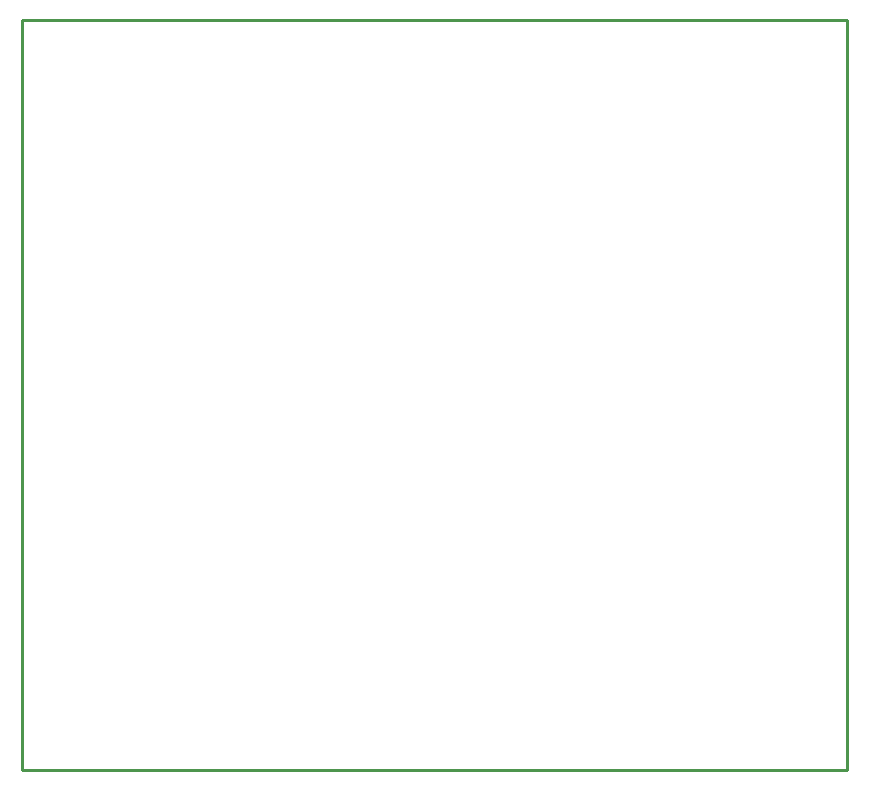
<source format=gko>
%FSLAX43Y43*%
%MOMM*%
G71*
G01*
G75*
G04 Layer_Color=16711935*
%ADD10R,1.500X1.000*%
%ADD11O,2.200X0.600*%
%ADD12R,1.000X1.500*%
%ADD13R,1.100X3.600*%
%ADD14R,10.550X8.700*%
%ADD15R,2.600X2.200*%
%ADD16C,0.250*%
%ADD17C,0.300*%
%ADD18C,0.200*%
%ADD19C,0.500*%
%ADD20C,1.500*%
%ADD21R,1.500X1.500*%
%ADD22C,2.800*%
%ADD23C,2.000*%
%ADD24R,1.500X1.500*%
%ADD25C,0.800*%
%ADD26C,6.000*%
%ADD27C,0.600*%
%ADD28C,0.660*%
%ADD29C,1.100*%
%ADD30R,2.500X2.500*%
%ADD31O,0.700X0.250*%
%ADD32O,0.250X0.700*%
%ADD33R,2.300X2.300*%
%ADD34O,0.350X0.800*%
%ADD35O,0.800X0.350*%
%ADD36O,0.600X3.000*%
%ADD37C,0.400*%
%ADD38C,0.254*%
%ADD39C,0.203*%
%ADD40R,1.703X1.203*%
%ADD41O,2.403X0.803*%
%ADD42R,1.203X1.703*%
%ADD43R,1.303X3.803*%
%ADD44R,10.753X8.903*%
%ADD45R,2.803X2.403*%
%ADD46C,1.703*%
%ADD47R,1.703X1.703*%
%ADD48C,3.003*%
%ADD49C,2.203*%
%ADD50R,1.703X1.703*%
%ADD51C,0.203*%
%ADD52C,6.203*%
%ADD53R,2.703X2.703*%
%ADD54O,0.903X0.453*%
%ADD55O,0.453X0.903*%
%ADD56R,2.503X2.503*%
%ADD57O,0.553X1.003*%
%ADD58O,1.003X0.553*%
%ADD59O,0.803X3.203*%
%ADD60C,0.803*%
%ADD61C,0.863*%
D38*
X-0Y63500D02*
X69850D01*
X-0Y-0D02*
Y63500D01*
X69850Y-0D02*
Y63500D01*
X-0Y-0D02*
X69850D01*
M02*

</source>
